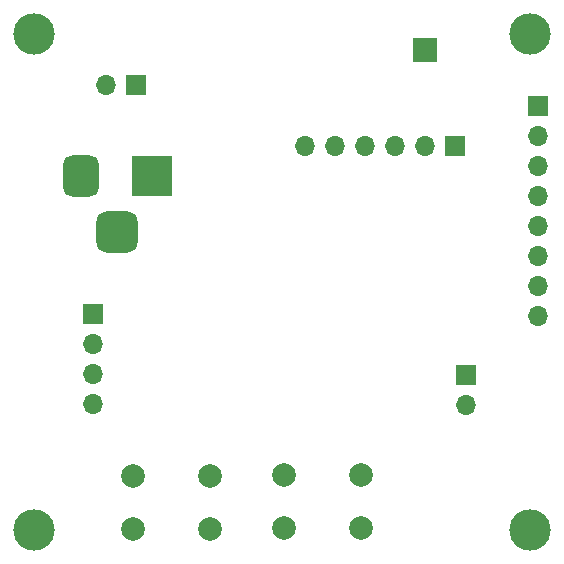
<source format=gbr>
%TF.GenerationSoftware,KiCad,Pcbnew,6.0.9-8da3e8f707~117~ubuntu22.04.1*%
%TF.CreationDate,2023-05-10T19:22:08-04:00*%
%TF.ProjectId,a2bikelight,61326269-6b65-46c6-9967-68742e6b6963,rev?*%
%TF.SameCoordinates,Original*%
%TF.FileFunction,Soldermask,Bot*%
%TF.FilePolarity,Negative*%
%FSLAX46Y46*%
G04 Gerber Fmt 4.6, Leading zero omitted, Abs format (unit mm)*
G04 Created by KiCad (PCBNEW 6.0.9-8da3e8f707~117~ubuntu22.04.1) date 2023-05-10 19:22:08*
%MOMM*%
%LPD*%
G01*
G04 APERTURE LIST*
G04 Aperture macros list*
%AMRoundRect*
0 Rectangle with rounded corners*
0 $1 Rounding radius*
0 $2 $3 $4 $5 $6 $7 $8 $9 X,Y pos of 4 corners*
0 Add a 4 corners polygon primitive as box body*
4,1,4,$2,$3,$4,$5,$6,$7,$8,$9,$2,$3,0*
0 Add four circle primitives for the rounded corners*
1,1,$1+$1,$2,$3*
1,1,$1+$1,$4,$5*
1,1,$1+$1,$6,$7*
1,1,$1+$1,$8,$9*
0 Add four rect primitives between the rounded corners*
20,1,$1+$1,$2,$3,$4,$5,0*
20,1,$1+$1,$4,$5,$6,$7,0*
20,1,$1+$1,$6,$7,$8,$9,0*
20,1,$1+$1,$8,$9,$2,$3,0*%
G04 Aperture macros list end*
%ADD10R,1.700000X1.700000*%
%ADD11O,1.700000X1.700000*%
%ADD12C,3.500000*%
%ADD13R,2.000000X2.000000*%
%ADD14C,2.000000*%
%ADD15R,3.500000X3.500000*%
%ADD16RoundRect,0.750000X-0.750000X-1.000000X0.750000X-1.000000X0.750000X1.000000X-0.750000X1.000000X0*%
%ADD17RoundRect,0.875000X-0.875000X-0.875000X0.875000X-0.875000X0.875000X0.875000X-0.875000X0.875000X0*%
G04 APERTURE END LIST*
D10*
%TO.C,J5*%
X140600000Y-132925000D03*
D11*
X140600000Y-135465000D03*
%TD*%
D12*
%TO.C,H1*%
X146000000Y-104000000D03*
%TD*%
D13*
%TO.C,TP1*%
X137100000Y-105400000D03*
%TD*%
D12*
%TO.C,H4*%
X104000000Y-104000000D03*
%TD*%
D14*
%TO.C,SW1*%
X125150000Y-145850000D03*
X131650000Y-145850000D03*
X131650000Y-141350000D03*
X125150000Y-141350000D03*
%TD*%
D12*
%TO.C,H3*%
X104000000Y-146000000D03*
%TD*%
D10*
%TO.C,J2*%
X112600000Y-108300000D03*
D11*
X110060000Y-108300000D03*
%TD*%
D12*
%TO.C,H2*%
X146000000Y-146000000D03*
%TD*%
D14*
%TO.C,SW2*%
X112400000Y-145900000D03*
X118900000Y-145900000D03*
X112400000Y-141400000D03*
X118900000Y-141400000D03*
%TD*%
D10*
%TO.C,J4*%
X139650000Y-113500000D03*
D11*
X137110000Y-113500000D03*
X134570000Y-113500000D03*
X132030000Y-113500000D03*
X129490000Y-113500000D03*
X126950000Y-113500000D03*
%TD*%
D10*
%TO.C,J6*%
X146700000Y-110100000D03*
D11*
X146700000Y-112640000D03*
X146700000Y-115180000D03*
X146700000Y-117720000D03*
X146700000Y-120260000D03*
X146700000Y-122800000D03*
X146700000Y-125340000D03*
X146700000Y-127880000D03*
%TD*%
D15*
%TO.C,J1*%
X114000000Y-116042500D03*
D16*
X108000000Y-116042500D03*
D17*
X111000000Y-120742500D03*
%TD*%
D10*
%TO.C,J3*%
X109000000Y-127700000D03*
D11*
X109000000Y-130240000D03*
X109000000Y-132780000D03*
X109000000Y-135320000D03*
%TD*%
M02*

</source>
